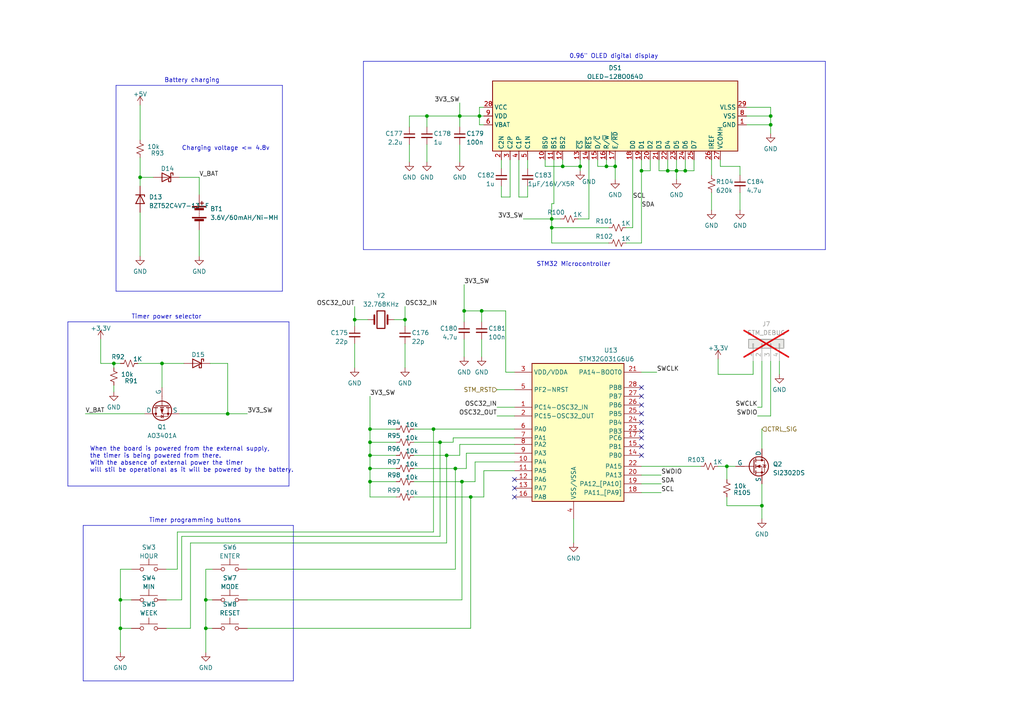
<source format=kicad_sch>
(kicad_sch (version 20230121) (generator eeschema)
  (paper "A4")
  (lib_symbols
    (symbol "Connector_Generic:Conn_01x04" (pin_names (offset 1.016) hide)
      (property "Reference" "J" (at 0 5.08 0))
      (property "Value" "Conn_01x04" (at 0 -7.62 0))
      (symbol "Conn_01x04_1_1"
        (rectangle (start -1.27 -4.953) (end 0 -5.207) (stroke (width 0.1524)))
        (rectangle (start -1.27 -2.413) (end 0 -2.667) (stroke (width 0.1524)))
        (rectangle (start -1.27 0.127) (end 0 -0.127) (stroke (width 0.1524)))
        (rectangle (start -1.27 2.667) (end 0 2.413) (stroke (width 0.1524)))
        (rectangle (start -1.27 3.81) (end 1.27 -6.35) (stroke (width 0.254)) (fill (type background)))
        (pin passive line (at -5.08 2.54 0) (length 3.81) (name "Pin_1") (number "1"))
        (pin passive line (at -5.08 0 0) (length 3.81) (name "Pin_2") (number "2"))
        (pin passive line (at -5.08 -2.54 0) (length 3.81) (name "Pin_3") (number "3"))
        (pin passive line (at -5.08 -5.08 0) (length 3.81) (name "Pin_4") (number "4"))
      )
    )
    (symbol "Device:Battery" (pin_numbers hide) (pin_names (offset 0) hide)
      (property "Reference" "BT" (at 2.54 2.54 0))
      (property "Value" "Battery" (at 2.54 0 0))
      (symbol "Battery_0_1"
        (rectangle (start -2.032 -1.397) (end 2.032 -1.651) (fill (type outline)))
        (rectangle (start -2.032 1.778) (end 2.032 1.524) (fill (type outline)))
        (rectangle (start -1.3208 -1.9812) (end 1.27 -2.4892) (fill (type outline)))
        (rectangle (start -1.3208 1.1938) (end 1.27 0.6858) (fill (type outline)))
        (polyline (pts (xy 0 -1.524) (xy 0 -1.27)))
        (polyline (pts (xy 0 -1.016) (xy 0 -0.762)))
        (polyline (pts (xy 0 -0.508) (xy 0 -0.254)))
        (polyline (pts (xy 0 0) (xy 0 0.254)))
        (polyline (pts (xy 0 0.508) (xy 0 0.762)))
        (polyline (pts (xy 0 1.778) (xy 0 2.54)))
        (polyline (pts (xy 0.254 2.667) (xy 1.27 2.667)) (stroke (width 0.254)))
        (polyline (pts (xy 0.762 3.175) (xy 0.762 2.159)) (stroke (width 0.254)))
      )
      (symbol "Battery_1_1"
        (pin passive line (at 0 5.08 270) (length 2.54) (name "+") (number "1"))
        (pin passive line (at 0 -5.08 90) (length 2.54) (name "-") (number "2"))
      )
    )
    (symbol "Device:C_Small" (pin_numbers hide) (pin_names (offset 0.254) hide)
      (property "Reference" "C" (at 0.254 1.778 0))
      (property "Value" "C_Small" (at 0.254 -2.032 0))
      (symbol "C_Small_0_1"
        (polyline (pts (xy -1.524 -0.508) (xy 1.524 -0.508)) (stroke (width 0.3302)))
        (polyline (pts (xy -1.524 0.508) (xy 1.524 0.508)) (stroke (width 0.3048)))
      )
      (symbol "C_Small_1_1"
        (pin passive line (at 0 2.54 270) (length 2.032) (name "~") (number "1"))
        (pin passive line (at 0 -2.54 90) (length 2.032) (name "~") (number "2"))
      )
    )
    (symbol "Device:Crystal" (pin_numbers hide) (pin_names (offset 1.016) hide)
      (property "Reference" "Y" (at 0 3.81 0))
      (property "Value" "Crystal" (at 0 -3.81 0))
      (symbol "Crystal_0_1"
        (rectangle (start -1.143 2.54) (end 1.143 -2.54) (stroke (width 0.3048)))
        (polyline (pts (xy -2.54 0) (xy -1.905 0)))
        (polyline (pts (xy -1.905 -1.27) (xy -1.905 1.27)) (stroke (width 0.508)))
        (polyline (pts (xy 1.905 -1.27) (xy 1.905 1.27)) (stroke (width 0.508)))
        (polyline (pts (xy 2.54 0) (xy 1.905 0)))
      )
      (symbol "Crystal_1_1"
        (pin passive line (at -3.81 0 0) (length 1.27) (name "1") (number "1"))
        (pin passive line (at 3.81 0 180) (length 1.27) (name "2") (number "2"))
      )
    )
    (symbol "Device:D_Schottky" (pin_numbers hide) (pin_names (offset 1.016) hide)
      (property "Reference" "D" (at 0 2.54 0))
      (property "Value" "D_Schottky" (at 0 -2.54 0))
      (symbol "D_Schottky_0_1"
        (polyline (pts (xy 1.27 0) (xy -1.27 0)))
        (polyline (pts (xy 1.27 1.27) (xy 1.27 -1.27) (xy -1.27 0) (xy 1.27 1.27)) (stroke (width 0.254)))
        (polyline (pts (xy -1.905 0.635) (xy -1.905 1.27) (xy -1.27 1.27) (xy -1.27 -1.27) (xy -0.635 -1.27) (xy -0.635 -0.635)) (stroke (width 0.254)))
      )
      (symbol "D_Schottky_1_1"
        (pin passive line (at -3.81 0 0) (length 2.54) (name "K") (number "1"))
        (pin passive line (at 3.81 0 180) (length 2.54) (name "A") (number "2"))
      )
    )
    (symbol "Device:D_Zener" (pin_numbers hide) (pin_names (offset 1.016) hide)
      (property "Reference" "D" (at 0 2.54 0))
      (property "Value" "D_Zener" (at 0 -2.54 0))
      (symbol "D_Zener_0_1"
        (polyline (pts (xy 1.27 0) (xy -1.27 0)))
        (polyline (pts (xy -1.27 -1.27) (xy -1.27 1.27) (xy -0.762 1.27)) (stroke (width 0.254)))
        (polyline (pts (xy 1.27 -1.27) (xy 1.27 1.27) (xy -1.27 0) (xy 1.27 -1.27)) (stroke (width 0.254)))
      )
      (symbol "D_Zener_1_1"
        (pin passive line (at -3.81 0 0) (length 2.54) (name "K") (number "1"))
        (pin passive line (at 3.81 0 180) (length 2.54) (name "A") (number "2"))
      )
    )
    (symbol "Device:R_Small_US" (pin_numbers hide) (pin_names (offset 0.254) hide)
      (property "Reference" "R" (at 0.762 0.508 0))
      (property "Value" "R_Small_US" (at 0.762 -1.016 0))
      (symbol "R_Small_US_1_1"
        (polyline (pts (xy 0 0) (xy 1.016 -0.381) (xy 0 -0.762) (xy -1.016 -1.143) (xy 0 -1.524)))
        (polyline (pts (xy 0 1.524) (xy 1.016 1.143) (xy 0 0.762) (xy -1.016 0.381) (xy 0 0)))
        (pin passive line (at 0 2.54 270) (length 1.016) (name "~") (number "1"))
        (pin passive line (at 0 -2.54 90) (length 1.016) (name "~") (number "2"))
      )
    )
    (symbol "Display_Graphic:OLED-128O064D"
      (property "Reference" "DS" (at -10.16 38.1 0))
      (property "Value" "OLED-128O064D" (at 12.7 38.1 0))
      (symbol "OLED-128O064D_0_1"
        (rectangle (start -10.16 35.56) (end 10.16 -35.56) (stroke (width 0.254)) (fill (type background)))
      )
      (symbol "OLED-128O064D_1_1"
        (pin power_in line (at -2.54 -38.1 90) (length 2.54) (name "GND") (number "1"))
        (pin input line (at -12.7 20.32 0) (length 2.54) (name "BS0") (number "10"))
        (pin input line (at -12.7 17.78 0) (length 2.54) (name "BS1") (number "11"))
        (pin input line (at -12.7 15.24 0) (length 2.54) (name "BS2") (number "12"))
        (pin input line (at -12.7 10.16 0) (length 2.54) (name "~{CS}") (number "13"))
        (pin input line (at -12.7 7.62 0) (length 2.54) (name "~{RES}") (number "14"))
        (pin input line (at -12.7 5.08 0) (length 2.54) (name "D/~{C}") (number "15"))
        (pin input line (at -12.7 2.54 0) (length 2.54) (name "R/~{W}") (number "16"))
        (pin input line (at -12.7 0 0) (length 2.54) (name "E/~{RD}") (number "17"))
        (pin bidirectional line (at -12.7 -5.08 0) (length 2.54) (name "D0") (number "18"))
        (pin bidirectional line (at -12.7 -7.62 0) (length 2.54) (name "D1") (number "19"))
        (pin passive line (at -12.7 33.02 0) (length 2.54) (name "C2N") (number "2"))
        (pin bidirectional line (at -12.7 -10.16 0) (length 2.54) (name "D2") (number "20"))
        (pin bidirectional line (at -12.7 -12.7 0) (length 2.54) (name "D3") (number "21"))
        (pin bidirectional line (at -12.7 -15.24 0) (length 2.54) (name "D4") (number "22"))
        (pin bidirectional line (at -12.7 -17.78 0) (length 2.54) (name "D5") (number "23"))
        (pin bidirectional line (at -12.7 -20.32 0) (length 2.54) (name "D6") (number "24"))
        (pin bidirectional line (at -12.7 -22.86 0) (length 2.54) (name "D7") (number "25"))
        (pin passive line (at -12.7 -27.94 0) (length 2.54) (name "IREF") (number "26"))
        (pin passive line (at -12.7 -30.48 0) (length 2.54) (name "VCOMH") (number "27"))
        (pin power_in line (at 2.54 38.1 270) (length 2.54) (name "VCC") (number "28"))
        (pin power_in line (at 2.54 -38.1 90) (length 2.54) (name "VLSS") (number "29"))
        (pin passive line (at -12.7 30.48 0) (length 2.54) (name "C2P") (number "3"))
        (pin passive line (at -2.54 -38.1 90) (length 2.54) hide (name "GND") (number "30"))
        (pin passive line (at -12.7 27.94 0) (length 2.54) (name "C1P") (number "4"))
        (pin passive line (at -12.7 25.4 0) (length 2.54) (name "C1N") (number "5"))
        (pin power_in line (at -2.54 38.1 270) (length 2.54) (name "VBAT") (number "6"))
        (pin no_connect line (at 10.16 0 180) (length 2.54) hide (name "NC") (number "7"))
        (pin power_in line (at 0 -38.1 90) (length 2.54) (name "VSS") (number "8"))
        (pin power_in line (at 0 38.1 270) (length 2.54) (name "VDD") (number "9"))
      )
    )
    (symbol "STM32G031G6U6:STM32G031G6U6"
      (property "Reference" "U" (at 27.94 13.97 0))
      (property "Value" "STM32G031G6U6" (at 26.67 11.43 0))
      (symbol "STM32G031G6U6_1_1"
        (rectangle (start 5.08 10.16) (end 31.75 -29.845) (stroke (width 0.254)) (fill (type background)))
        (pin passive line (at 0 -2.54 0) (length 5.08) (name "PC14-OSC32_IN") (number "1"))
        (pin passive line (at 0 -18.415 0) (length 5.08) (name "PA4") (number "10"))
        (pin passive line (at 0 -20.955 0) (length 5.08) (name "PA5") (number "11"))
        (pin passive line (at 0 -23.495 0) (length 5.08) (name "PA6") (number "12"))
        (pin passive line (at 0 -26.035 0) (length 5.08) (name "PA7") (number "13"))
        (pin passive line (at 36.83 -16.51 180) (length 5.08) (name "PB0") (number "14"))
        (pin passive line (at 36.83 -13.97 180) (length 5.08) (name "PB1") (number "15"))
        (pin passive line (at 0 -28.575 0) (length 5.08) (name "PA8") (number "16"))
        (pin passive line (at 36.83 -11.43 180) (length 5.08) (name "PC6") (number "17"))
        (pin passive line (at 36.83 -27.305 180) (length 5.08) (name "PA11_[PA9]") (number "18"))
        (pin passive line (at 36.83 -24.765 180) (length 5.08) (name "PA12_[PA10]") (number "19"))
        (pin passive line (at 0 -5.08 0) (length 5.08) (name "PC15-OSC32_OUT") (number "2"))
        (pin passive line (at 36.83 -22.225 180) (length 5.08) (name "PA13") (number "20"))
        (pin passive line (at 36.83 7.62 180) (length 5.08) (name "PA14-BOOT0") (number "21"))
        (pin passive line (at 36.83 -19.685 180) (length 5.08) (name "PA15") (number "22"))
        (pin passive line (at 36.83 -9.525 180) (length 5.08) (name "PB3") (number "23"))
        (pin passive line (at 36.83 -6.985 180) (length 5.08) (name "PB4") (number "24"))
        (pin passive line (at 36.83 -4.445 180) (length 5.08) (name "PB5") (number "25"))
        (pin passive line (at 36.83 -1.905 180) (length 5.08) (name "PB6") (number "26"))
        (pin passive line (at 36.83 0.635 180) (length 5.08) (name "PB7") (number "27"))
        (pin passive line (at 36.83 3.175 180) (length 5.08) (name "PB8") (number "28"))
        (pin passive line (at 0 7.62 0) (length 5.08) (name "VDD/VDDA") (number "3"))
        (pin passive line (at 17.145 -34.925 90) (length 5.08) (name "VSS/VSSA") (number "4"))
        (pin passive line (at 0 2.54 0) (length 5.08) (name "PF2-NRST") (number "5"))
        (pin passive line (at 0 -8.89 0) (length 5.08) (name "PA0") (number "6"))
        (pin passive line (at 0 -11.43 0) (length 5.08) (name "PA1") (number "7"))
        (pin passive line (at 0 -13.335 0) (length 5.08) (name "PA2") (number "8"))
        (pin passive line (at 0 -15.875 0) (length 5.08) (name "PA3") (number "9"))
      )
    )
    (symbol "Simulation_SPICE:NMOS" (pin_numbers hide) (pin_names (offset 0))
      (property "Reference" "Q9" (at 5.715 0.635 0))
      (property "Value" "SI2302DS" (at 5.715 -1.905 0))
      (symbol "NMOS_0_1"
        (polyline (pts (xy 0.254 0) (xy -2.54 0)))
        (polyline (pts (xy 0.254 1.905) (xy 0.254 -1.905)) (stroke (width 0.254)))
        (polyline (pts (xy 0.762 -1.27) (xy 0.762 -2.286)) (stroke (width 0.254)))
        (polyline (pts (xy 0.762 0.508) (xy 0.762 -0.508)) (stroke (width 0.254)))
        (polyline (pts (xy 0.762 2.286) (xy 0.762 1.27)) (stroke (width 0.254)))
        (polyline (pts (xy 2.54 2.54) (xy 2.54 1.778)))
        (polyline (pts (xy 2.54 -2.54) (xy 2.54 0) (xy 0.762 0)))
        (polyline (pts (xy 0.762 -1.778) (xy 3.302 -1.778) (xy 3.302 1.778) (xy 0.762 1.778)))
        (polyline (pts (xy 1.016 0) (xy 2.032 0.381) (xy 2.032 -0.381) (xy 1.016 0)) (fill (type outline)))
        (polyline (pts (xy 2.794 0.508) (xy 2.921 0.381) (xy 3.683 0.381) (xy 3.81 0.254)))
        (polyline (pts (xy 3.302 0.381) (xy 2.921 -0.254) (xy 3.683 -0.254) (xy 3.302 0.381)))
        (circle (center 1.651 0) (radius 2.794) (stroke (width 0.254)))
        (circle (center 2.54 -1.778) (radius 0.254) (fill (type outline)))
        (circle (center 2.54 1.778) (radius 0.254) (fill (type outline)))
      )
      (symbol "NMOS_1_1"
        (pin input line (at -5.08 0 0) (length 2.54) (name "G") (number "1"))
        (pin passive line (at 2.54 -5.08 90) (length 2.54) (name "S") (number "2"))
        (pin passive line (at 2.54 5.08 270) (length 2.54) (name "D") (number "3"))
      )
    )
    (symbol "Simulation_SPICE:PMOS" (pin_numbers hide) (pin_names (offset 0))
      (property "Reference" "Q" (at 5.08 1.27 0))
      (property "Value" "PMOS" (at 5.08 -1.27 0))
      (symbol "PMOS_0_1"
        (polyline (pts (xy 0.254 0) (xy -2.54 0)))
        (polyline (pts (xy 0.254 1.905) (xy 0.254 -1.905)) (stroke (width 0.254)))
        (polyline (pts (xy 0.762 -1.27) (xy 0.762 -2.286)) (stroke (width 0.254)))
        (polyline (pts (xy 0.762 0.508) (xy 0.762 -0.508)) (stroke (width 0.254)))
        (polyline (pts (xy 0.762 2.286) (xy 0.762 1.27)) (stroke (width 0.254)))
        (polyline (pts (xy 2.54 2.54) (xy 2.54 1.778)))
        (polyline (pts (xy 2.54 -2.54) (xy 2.54 0) (xy 0.762 0)))
        (polyline (pts (xy 0.762 1.778) (xy 3.302 1.778) (xy 3.302 -1.778) (xy 0.762 -1.778)))
        (polyline (pts (xy 2.286 0) (xy 1.27 0.381) (xy 1.27 -0.381) (xy 2.286 0)) (fill (type outline)))
        (polyline (pts (xy 2.794 -0.508) (xy 2.921 -0.381) (xy 3.683 -0.381) (xy 3.81 -0.254)))
        (polyline (pts (xy 3.302 -0.381) (xy 2.921 0.254) (xy 3.683 0.254) (xy 3.302 -0.381)))
        (circle (center 1.651 0) (radius 2.794) (stroke (width 0.254)))
        (circle (center 2.54 -1.778) (radius 0.254) (fill (type outline)))
        (circle (center 2.54 1.778) (radius 0.254) (fill (type outline)))
      )
      (symbol "PMOS_1_1"
        (pin passive line (at 2.54 5.08 270) (length 2.54) (name "D") (number "1"))
        (pin input line (at -5.08 0 0) (length 2.54) (name "G") (number "2"))
        (pin passive line (at 2.54 -5.08 90) (length 2.54) (name "S") (number "3"))
      )
    )
    (symbol "Switch:SW_Push" (pin_numbers hide) (pin_names (offset 1.016) hide)
      (property "Reference" "SW" (at 1.27 2.54 0))
      (property "Value" "SW_Push" (at 0 -1.524 0))
      (symbol "SW_Push_0_1"
        (circle (center -2.032 0) (radius 0.508))
        (polyline (pts (xy 0 1.27) (xy 0 3.048)))
        (polyline (pts (xy 2.54 1.27) (xy -2.54 1.27)))
        (circle (center 2.032 0) (radius 0.508))
        (pin passive line (at -5.08 0 0) (length 2.54) (name "1") (number "1"))
        (pin passive line (at 5.08 0 180) (length 2.54) (name "2") (number "2"))
      )
    )
    (symbol "power:+3.3V" (power) (pin_names (offset 0))
      (property "Value" "+3.3V" (at 0 3.556 0))
      (symbol "+3.3V_0_1"
        (polyline (pts (xy -0.762 1.27) (xy 0 2.54)))
        (polyline (pts (xy 0 0) (xy 0 2.54)))
        (polyline (pts (xy 0 2.54) (xy 0.762 1.27)))
      )
      (symbol "+3.3V_1_1"
        (pin power_in line (at 0 0 90) (length 0) hide (name "+3.3V") (number "1"))
      )
    )
    (symbol "power:+5V" (power) (pin_names (offset 0))
      (property "Value" "+5V" (at 0 3.556 0))
      (symbol "+5V_0_1"
        (polyline (pts (xy -0.762 1.27) (xy 0 2.54)))
        (polyline (pts (xy 0 0) (xy 0 2.54)))
        (polyline (pts (xy 0 2.54) (xy 0.762 1.27)))
      )
      (symbol "+5V_1_1"
        (pin power_in line (at 0 0 90) (length 0) hide (name "+5V") (number "1"))
      )
    )
    (symbol "power:GND" (power) (pin_names (offset 0))
      (property "Value" "GND" (at 0 -3.81 0))
      (symbol "GND_0_1"
        (polyline (pts (xy 0 0) (xy 0 -1.27) (xy 1.27 -1.27) (xy 0 -2.54) (xy -1.27 -1.27) (xy 0 -1.27)))
      )
      (symbol "GND_1_1"
        (pin power_in line (at 0 0 270) (length 0) hide (name "GND") (number "1"))
      )
    )
  )
  (junction (at 136.525 144.145))
  (junction (at 139.065 33.655))
  (junction (at 196.215 49.53))
  (junction (at 132.08 135.89))
  (junction (at 107.315 135.89))
  (junction (at 139.7 90.17))
  (junction (at 178.435 48.26))
  (junction (at 127.635 128.27))
  (junction (at 40.64 51.435))
  (junction (at 223.52 36.195))
  (junction (at 66.04 120.015))
  (junction (at 59.69 173.99))
  (junction (at 107.315 139.7))
  (junction (at 160.02 63.5))
  (junction (at 134.62 90.17))
  (junction (at 33.02 105.41))
  (junction (at 160.02 66.04))
  (junction (at 210.82 135.255))
  (junction (at 125.73 124.46))
  (junction (at 107.315 124.46))
  (junction (at 34.925 182.245))
  (junction (at 223.52 33.655))
  (junction (at 163.195 48.26))
  (junction (at 117.475 92.71))
  (junction (at 193.675 49.53))
  (junction (at 46.99 105.41))
  (junction (at 168.275 48.26))
  (junction (at 175.895 48.26))
  (junction (at 186.055 49.53))
  (junction (at 220.98 146.685))
  (junction (at 59.69 182.245))
  (junction (at 198.755 49.53))
  (junction (at 133.35 33.655))
  (junction (at 129.54 132.08))
  (junction (at 133.985 139.7))
  (junction (at 34.925 173.99))
  (junction (at 102.87 92.71))
  (junction (at 107.315 128.27))
  (junction (at 123.825 33.655))
  (junction (at 107.315 132.08))
  (no_connect (at 149.225 144.145))
  (no_connect (at 186.055 122.555))
  (no_connect (at 186.055 117.475))
  (no_connect (at 149.225 139.065))
  (no_connect (at 186.055 114.935))
  (no_connect (at 186.055 127))
  (no_connect (at 186.055 129.54))
  (no_connect (at 186.055 112.395))
  (no_connect (at 186.055 132.08))
  (no_connect (at 149.225 141.605))
  (no_connect (at 186.055 125.095))
  (no_connect (at 186.055 120.015))
  (wire (pts (xy 34.925 173.99) (xy 38.1 173.99)))
  (wire (pts (xy 40.64 30.48) (xy 40.64 40.64)))
  (polyline (pts (xy 81.915 24.765) (xy 81.915 84.455)))
  (wire (pts (xy 40.64 51.435) (xy 44.45 51.435)))
  (wire (pts (xy 219.71 118.11) (xy 220.98 118.11)))
  (wire (pts (xy 133.985 139.7) (xy 120.015 139.7)))
  (wire (pts (xy 149.225 107.95) (xy 146.685 107.95)))
  (wire (pts (xy 198.755 46.355) (xy 198.755 49.53)))
  (wire (pts (xy 107.315 132.08) (xy 114.935 132.08)))
  (wire (pts (xy 198.755 49.53) (xy 201.295 49.53)))
  (wire (pts (xy 48.26 173.99) (xy 52.705 173.99)))
  (wire (pts (xy 107.315 124.46) (xy 107.315 128.27)))
  (wire (pts (xy 208.915 46.355) (xy 208.915 48.26)))
  (wire (pts (xy 120.015 144.145) (xy 136.525 144.145)))
  (wire (pts (xy 201.295 46.355) (xy 201.295 49.53)))
  (wire (pts (xy 34.925 182.245) (xy 38.1 182.245)))
  (wire (pts (xy 123.825 33.655) (xy 133.35 33.655)))
  (wire (pts (xy 117.475 88.9) (xy 117.475 92.71)))
  (wire (pts (xy 40.64 51.435) (xy 40.64 53.975)))
  (wire (pts (xy 145.415 46.355) (xy 145.415 48.895)))
  (wire (pts (xy 71.755 173.99) (xy 133.985 173.99)))
  (wire (pts (xy 153.035 46.355) (xy 153.035 48.895)))
  (wire (pts (xy 120.015 124.46) (xy 125.73 124.46)))
  (wire (pts (xy 163.195 48.26) (xy 168.275 48.26)))
  (wire (pts (xy 176.53 70.485) (xy 160.02 70.485)))
  (wire (pts (xy 55.245 182.245) (xy 55.245 157.48)))
  (wire (pts (xy 186.055 142.875) (xy 191.77 142.875)))
  (wire (pts (xy 170.815 46.355) (xy 170.815 63.5)))
  (wire (pts (xy 133.35 41.91) (xy 133.35 46.99)))
  (wire (pts (xy 149.225 128.905) (xy 133.35 128.905)))
  (wire (pts (xy 46.99 105.41) (xy 46.99 112.395)))
  (wire (pts (xy 117.475 99.695) (xy 117.475 106.68)))
  (wire (pts (xy 193.675 46.355) (xy 193.675 49.53)))
  (wire (pts (xy 173.355 46.355) (xy 173.355 48.26)))
  (wire (pts (xy 52.07 51.435) (xy 57.785 51.435)))
  (wire (pts (xy 139.7 93.345) (xy 139.7 90.17)))
  (wire (pts (xy 40.64 61.595) (xy 40.64 74.295)))
  (wire (pts (xy 151.765 63.5) (xy 160.02 63.5)))
  (wire (pts (xy 131.445 128.27) (xy 127.635 128.27)))
  (wire (pts (xy 29.21 98.425) (xy 29.21 105.41)))
  (wire (pts (xy 120.015 135.89) (xy 132.08 135.89)))
  (wire (pts (xy 210.82 144.145) (xy 210.82 146.685)))
  (wire (pts (xy 139.065 36.195) (xy 139.065 33.655)))
  (wire (pts (xy 140.335 36.195) (xy 139.065 36.195)))
  (wire (pts (xy 123.825 36.83) (xy 123.825 33.655)))
  (wire (pts (xy 206.375 46.355) (xy 206.375 50.8)))
  (wire (pts (xy 223.52 36.195) (xy 223.52 38.735)))
  (wire (pts (xy 107.315 135.89) (xy 107.315 139.7)))
  (wire (pts (xy 196.215 46.355) (xy 196.215 49.53)))
  (wire (pts (xy 34.925 182.245) (xy 34.925 173.99)))
  (wire (pts (xy 133.35 128.905) (xy 133.35 132.08)))
  (wire (pts (xy 34.925 173.99) (xy 34.925 165.1)))
  (wire (pts (xy 196.215 49.53) (xy 198.755 49.53)))
  (wire (pts (xy 71.755 182.245) (xy 136.525 182.245)))
  (wire (pts (xy 52.705 155.575) (xy 127.635 155.575)))
  (wire (pts (xy 24.765 120.015) (xy 41.91 120.015)))
  (wire (pts (xy 186.055 135.255) (xy 203.2 135.255)))
  (wire (pts (xy 186.055 107.95) (xy 190.5 107.95)))
  (wire (pts (xy 226.06 104.775) (xy 226.06 108.585)))
  (wire (pts (xy 210.82 146.685) (xy 220.98 146.685)))
  (wire (pts (xy 208.28 108.585) (xy 218.44 108.585)))
  (wire (pts (xy 60.96 105.41) (xy 66.04 105.41)))
  (wire (pts (xy 59.69 173.99) (xy 61.595 173.99)))
  (wire (pts (xy 102.87 92.71) (xy 106.68 92.71)))
  (wire (pts (xy 168.275 48.26) (xy 168.275 49.53)))
  (wire (pts (xy 132.08 135.89) (xy 135.255 135.89)))
  (wire (pts (xy 168.275 46.355) (xy 168.275 48.26)))
  (wire (pts (xy 59.69 173.99) (xy 59.69 165.1)))
  (wire (pts (xy 145.415 53.975) (xy 145.415 57.15)))
  (wire (pts (xy 223.52 31.115) (xy 216.535 31.115)))
  (wire (pts (xy 59.69 189.23) (xy 59.69 182.245)))
  (wire (pts (xy 188.595 49.53) (xy 186.055 49.53)))
  (wire (pts (xy 210.82 135.255) (xy 210.82 139.065)))
  (wire (pts (xy 114.3 92.71) (xy 117.475 92.71)))
  (wire (pts (xy 160.02 70.485) (xy 160.02 66.04)))
  (wire (pts (xy 208.28 104.14) (xy 208.28 108.585)))
  (wire (pts (xy 145.415 57.15) (xy 147.955 57.15)))
  (wire (pts (xy 139.065 33.655) (xy 139.065 31.115)))
  (wire (pts (xy 220.98 146.685) (xy 220.98 150.495)))
  (wire (pts (xy 40.64 45.72) (xy 40.64 51.435)))
  (polyline (pts (xy 24.13 152.4) (xy 24.13 197.485)))
  (wire (pts (xy 183.515 66.04) (xy 183.515 46.355)))
  (wire (pts (xy 33.02 105.41) (xy 33.02 106.68)))
  (wire (pts (xy 149.225 127) (xy 131.445 127)))
  (wire (pts (xy 107.315 128.27) (xy 107.315 132.08)))
  (wire (pts (xy 208.915 48.26) (xy 214.63 48.26)))
  (wire (pts (xy 196.215 49.53) (xy 196.215 52.07)))
  (polyline (pts (xy 19.685 93.345) (xy 83.82 93.345)))
  (wire (pts (xy 170.815 63.5) (xy 167.64 63.5)))
  (wire (pts (xy 216.535 33.655) (xy 223.52 33.655)))
  (wire (pts (xy 223.52 33.655) (xy 223.52 36.195)))
  (wire (pts (xy 208.28 135.255) (xy 210.82 135.255)))
  (wire (pts (xy 133.35 29.845) (xy 133.35 33.655)))
  (wire (pts (xy 134.62 90.17) (xy 134.62 93.345)))
  (wire (pts (xy 163.195 46.355) (xy 163.195 48.26)))
  (wire (pts (xy 158.115 46.355) (xy 158.115 48.26)))
  (wire (pts (xy 173.355 48.26) (xy 175.895 48.26)))
  (polyline (pts (xy 105.41 17.78) (xy 239.395 17.78)))
  (wire (pts (xy 186.055 70.485) (xy 181.61 70.485)))
  (wire (pts (xy 51.435 154.305) (xy 125.73 154.305)))
  (wire (pts (xy 160.02 63.5) (xy 162.56 63.5)))
  (wire (pts (xy 178.435 48.26) (xy 178.435 52.07)))
  (wire (pts (xy 214.63 55.88) (xy 214.63 60.96)))
  (wire (pts (xy 160.02 59.055) (xy 160.02 63.5)))
  (wire (pts (xy 40.005 105.41) (xy 46.99 105.41)))
  (wire (pts (xy 59.69 182.245) (xy 59.69 173.99)))
  (wire (pts (xy 186.055 137.795) (xy 191.77 137.795)))
  (wire (pts (xy 107.315 139.7) (xy 107.315 144.145)))
  (wire (pts (xy 146.685 107.95) (xy 146.685 90.17)))
  (polyline (pts (xy 33.655 24.765) (xy 81.915 24.765)))
  (wire (pts (xy 147.955 57.15) (xy 147.955 46.355)))
  (wire (pts (xy 153.035 57.15) (xy 153.035 53.975)))
  (wire (pts (xy 66.04 120.015) (xy 52.07 120.015)))
  (wire (pts (xy 66.04 105.41) (xy 66.04 120.015)))
  (wire (pts (xy 34.925 165.1) (xy 38.1 165.1)))
  (wire (pts (xy 134.62 90.17) (xy 139.7 90.17)))
  (wire (pts (xy 34.925 189.23) (xy 34.925 182.245)))
  (wire (pts (xy 181.61 66.04) (xy 183.515 66.04)))
  (polyline (pts (xy 239.395 72.39) (xy 239.395 17.78)))
  (wire (pts (xy 144.145 120.65) (xy 149.225 120.65)))
  (wire (pts (xy 186.055 140.335) (xy 191.77 140.335)))
  (wire (pts (xy 188.595 46.355) (xy 188.595 49.53)))
  (wire (pts (xy 186.055 46.355) (xy 186.055 49.53)))
  (wire (pts (xy 107.315 128.27) (xy 114.935 128.27)))
  (wire (pts (xy 220.98 104.775) (xy 220.98 118.11)))
  (wire (pts (xy 144.145 113.03) (xy 149.225 113.03)))
  (wire (pts (xy 134.62 82.55) (xy 134.62 90.17)))
  (wire (pts (xy 223.52 31.115) (xy 223.52 33.655)))
  (wire (pts (xy 102.87 99.695) (xy 102.87 106.68)))
  (wire (pts (xy 219.71 120.65) (xy 223.52 120.65)))
  (wire (pts (xy 210.82 135.255) (xy 213.36 135.255)))
  (wire (pts (xy 107.315 135.89) (xy 114.935 135.89)))
  (wire (pts (xy 57.785 51.435) (xy 57.785 56.515)))
  (polyline (pts (xy 105.41 17.78) (xy 105.41 72.39)))
  (wire (pts (xy 127.635 155.575) (xy 127.635 128.27)))
  (wire (pts (xy 176.53 66.04) (xy 160.02 66.04)))
  (wire (pts (xy 52.705 173.99) (xy 52.705 155.575)))
  (wire (pts (xy 135.255 135.89) (xy 135.255 131.445)))
  (wire (pts (xy 133.985 139.7) (xy 133.985 173.99)))
  (wire (pts (xy 118.745 33.655) (xy 118.745 36.83)))
  (wire (pts (xy 175.895 48.26) (xy 178.435 48.26)))
  (wire (pts (xy 133.35 33.655) (xy 139.065 33.655)))
  (wire (pts (xy 114.935 139.7) (xy 107.315 139.7)))
  (wire (pts (xy 71.755 120.015) (xy 66.04 120.015)))
  (wire (pts (xy 150.495 57.15) (xy 153.035 57.15)))
  (wire (pts (xy 131.445 127) (xy 131.445 128.27)))
  (wire (pts (xy 136.525 182.245) (xy 136.525 144.145)))
  (wire (pts (xy 33.02 111.76) (xy 33.02 113.665)))
  (polyline (pts (xy 19.685 140.97) (xy 83.82 140.97)))
  (polyline (pts (xy 83.82 140.97) (xy 83.82 93.345)))
  (wire (pts (xy 191.135 49.53) (xy 193.675 49.53)))
  (wire (pts (xy 220.98 140.335) (xy 220.98 146.685)))
  (wire (pts (xy 186.055 49.53) (xy 186.055 70.485)))
  (wire (pts (xy 216.535 36.195) (xy 223.52 36.195)))
  (wire (pts (xy 33.02 105.41) (xy 34.925 105.41)))
  (wire (pts (xy 178.435 46.355) (xy 178.435 48.26)))
  (polyline (pts (xy 105.41 72.39) (xy 239.395 72.39)))
  (wire (pts (xy 140.335 144.145) (xy 140.335 136.525)))
  (wire (pts (xy 149.225 133.985) (xy 137.795 133.985)))
  (wire (pts (xy 139.7 98.425) (xy 139.7 103.505)))
  (wire (pts (xy 137.795 133.985) (xy 137.795 139.7)))
  (wire (pts (xy 59.69 165.1) (xy 61.595 165.1)))
  (wire (pts (xy 102.87 92.71) (xy 102.87 94.615)))
  (wire (pts (xy 129.54 157.48) (xy 129.54 132.08)))
  (wire (pts (xy 139.065 31.115) (xy 140.335 31.115)))
  (wire (pts (xy 114.935 144.145) (xy 107.315 144.145)))
  (wire (pts (xy 59.69 182.245) (xy 61.595 182.245)))
  (wire (pts (xy 123.825 41.91) (xy 123.825 46.99)))
  (polyline (pts (xy 24.13 152.4) (xy 85.09 152.4)))
  (wire (pts (xy 134.62 98.425) (xy 134.62 103.505)))
  (wire (pts (xy 71.755 165.1) (xy 132.08 165.1)))
  (wire (pts (xy 51.435 165.1) (xy 51.435 154.305)))
  (wire (pts (xy 140.335 136.525) (xy 149.225 136.525)))
  (wire (pts (xy 48.26 182.245) (xy 55.245 182.245)))
  (wire (pts (xy 102.87 88.9) (xy 102.87 92.71)))
  (wire (pts (xy 193.675 49.53) (xy 196.215 49.53)))
  (wire (pts (xy 107.315 114.935) (xy 107.315 124.46)))
  (wire (pts (xy 214.63 48.26) (xy 214.63 50.8)))
  (wire (pts (xy 223.52 120.65) (xy 223.52 104.775)))
  (wire (pts (xy 129.54 132.08) (xy 133.35 132.08)))
  (wire (pts (xy 206.375 55.88) (xy 206.375 60.96)))
  (wire (pts (xy 150.495 46.355) (xy 150.495 57.15)))
  (wire (pts (xy 117.475 92.71) (xy 117.475 94.615)))
  (wire (pts (xy 120.015 132.08) (xy 129.54 132.08)))
  (wire (pts (xy 55.245 157.48) (xy 129.54 157.48)))
  (wire (pts (xy 218.44 104.775) (xy 218.44 108.585)))
  (wire (pts (xy 175.895 46.355) (xy 175.895 48.26)))
  (wire (pts (xy 160.02 66.04) (xy 160.02 63.5)))
  (polyline (pts (xy 85.09 197.485) (xy 85.09 152.4)))
  (wire (pts (xy 137.795 139.7) (xy 133.985 139.7)))
  (polyline (pts (xy 19.685 93.345) (xy 19.685 140.97)))
  (polyline (pts (xy 33.655 24.765) (xy 33.655 84.455)))
  (wire (pts (xy 139.7 90.17) (xy 146.685 90.17)))
  (wire (pts (xy 139.065 33.655) (xy 140.335 33.655)))
  (wire (pts (xy 160.655 46.355) (xy 160.655 59.055)))
  (wire (pts (xy 136.525 144.145) (xy 140.335 144.145)))
  (wire (pts (xy 191.135 46.355) (xy 191.135 49.53)))
  (wire (pts (xy 160.655 59.055) (xy 160.02 59.055)))
  (wire (pts (xy 118.745 41.91) (xy 118.745 46.99)))
  (wire (pts (xy 144.145 118.11) (xy 149.225 118.11)))
  (wire (pts (xy 125.73 154.305) (xy 125.73 124.46)))
  (wire (pts (xy 127.635 128.27) (xy 120.015 128.27)))
  (wire (pts (xy 107.315 124.46) (xy 114.935 124.46)))
  (polyline (pts (xy 81.915 84.455) (xy 33.655 84.455)))
  (wire (pts (xy 132.08 135.89) (xy 132.08 165.1)))
  (wire (pts (xy 57.785 66.675) (xy 57.785 74.295)))
  (wire (pts (xy 220.98 124.46) (xy 220.98 130.175)))
  (polyline (pts (xy 24.13 197.485) (xy 85.09 197.485)))
  (wire (pts (xy 46.99 105.41) (xy 53.34 105.41)))
  (wire (pts (xy 158.115 48.26) (xy 163.195 48.26)))
  (wire (pts (xy 107.315 132.08) (xy 107.315 135.89)))
  (wire (pts (xy 118.745 33.655) (xy 123.825 33.655)))
  (wire (pts (xy 48.26 165.1) (xy 51.435 165.1)))
  (wire (pts (xy 135.255 131.445) (xy 149.225 131.445)))
  (wire (pts (xy 166.37 150.495) (xy 166.37 157.48)))
  (wire (pts (xy 133.35 33.655) (xy 133.35 36.83)))
  (wire (pts (xy 125.73 124.46) (xy 149.225 124.46)))
  (wire (pts (xy 29.21 105.41) (xy 33.02 105.41)))
  (text "Timer power selector" (at 38.1 92.71 0) (effects (font (size 1.27 1.27)) (justify left bottom)))
  (text "STM32 Microcontroller " (at 155.575 77.47 0) (effects (font (size 1.27 1.27)) (justify left bottom)))
  (text "0.96\" OLED digital display" (at 165.1 17.145 0) (effects (font (size 1.27 1.27)) (justify left bottom)))
  (text "Battery charging\n" (at 47.625 24.13 0) (effects (font (size 1.27 1.27)) (justify left bottom)))
  (text "Charging voltage <= 4.8v" (at 52.705 43.815 0) (effects (font (size 1.27 1.27)) (justify left bottom)))
  (text "Timer programming buttons" (at 43.18 151.765 0) (effects (font (size 1.27 1.27)) (justify left bottom)))
  (text "When the board is powered from the external supply, \nthe timer is being powered from there.\nWith the absence of external power the timer \nwill stil be operational as it will be powered by the battery." (at 26.035 137.16 0) (effects (font (size 1.27 1.27)) (justify left bottom)))
  (label "SWDIO" (at 219.71 120.65 180))
  (label "SDA" (at 191.77 140.335 0))
  (label "3V3_SW" (at 151.765 63.5 180))
  (label "V_BAT" (at 24.765 120.015 0))
  (label "3V3_SW" (at 134.62 82.55 0))
  (label "3V3_SW" (at 107.315 114.935 0))
  (label "SDA" (at 186.055 60.325 0))
  (label "SCL" (at 183.515 57.785 0))
  (label "V_BAT" (at 57.785 51.435 0))
  (label "SWCLK" (at 219.71 118.11 180))
  (label "OSC32_OUT" (at 102.87 88.9 180))
  (label "SWCLK" (at 190.5 107.95 0))
  (label "OSC32_IN" (at 144.145 118.11 180))
  (label "SWDIO" (at 191.77 137.795 0))
  (label "OSC32_IN" (at 117.475 88.9 0))
  (label "OSC32_OUT" (at 144.145 120.65 180))
  (label "SCL" (at 191.77 142.875 0))
  (label "3V3_SW" (at 133.35 29.845 180))
  (label "3V3_SW" (at 71.755 120.015 0))
  (hierarchical_label "CTRL_SIG" (shape input) (at 220.98 124.46 0))
  (hierarchical_label "STM_RST" (shape input) (at 144.145 113.03 180))
  (symbol (lib_id "Device:C_Small") (at 139.7 95.885 0) (unit 1)
    (property "Reference" "C181" (at 141.605 95.25 0) (effects (justify left)))
    (property "Value" "100n" (at 141.605 97.79 0) (effects (justify left)))
    (property "Footprint" "Capacitor_SMD:C_0402_1005Metric" (effects hide))
  )
  (symbol (lib_id "Switch:SW_Push") (at 43.18 182.245 0) (unit 1)
    (property "Reference" "SW5" (at 43.18 175.26 0))
    (property "Value" "WEEK" (at 43.18 177.8 0))
    (property "Footprint" "Button_Switch_SMD:Panasonic_EVQPUJ_EVQPUA" (effects hide))
  )
  (symbol (lib_id "power:+3.3V") (at 208.28 104.14 0) (unit 1)
    (property "Reference" "#PWR0214" (effects hide))
    (property "Value" "+3.3V" (at 208.28 100.965 0))
  )
  (symbol (lib_id "power:GND") (at 220.98 150.495 0) (unit 1)
    (property "Reference" "#PWR0169" (effects hide))
    (property "Value" "GND" (at 220.98 154.94 0))
  )
  (symbol (lib_id "power:GND") (at 168.275 49.53 0) (unit 1)
    (property "Reference" "#PWR0164" (effects hide))
    (property "Value" "GND" (at 170.815 52.705 0))
  )
  (symbol (lib_id "Switch:SW_Push") (at 43.18 173.99 0) (unit 1)
    (property "Reference" "SW4" (at 43.18 167.64 0))
    (property "Value" "MIN" (at 43.18 170.18 0))
    (property "Footprint" "Button_Switch_SMD:Panasonic_EVQPUJ_EVQPUA" (effects hide))
  )
  (symbol (lib_id "power:GND") (at 102.87 106.68 0) (unit 1)
    (property "Reference" "#PWR0156" (effects hide))
    (property "Value" "GND" (at 102.87 111.125 0))
  )
  (symbol (lib_id "Device:R_Small_US") (at 40.64 43.18 180) (unit 1)
    (property "Reference" "R93" (at 47.625 44.45 0) (effects (justify left)))
    (property "Value" "10k" (at 46.355 42.545 0) (effects (justify left)))
    (property "Footprint" "Resistor_SMD:R_0402_1005Metric" (effects hide))
  )
  (symbol (lib_id "Switch:SW_Push") (at 66.675 173.99 0) (unit 1)
    (property "Reference" "SW7" (at 66.675 167.64 0))
    (property "Value" "MODE" (at 66.675 170.18 0))
    (property "Footprint" "Button_Switch_SMD:Panasonic_EVQPUJ_EVQPUA" (effects hide))
  )
  (symbol (lib_id "power:GND") (at 34.925 189.23 0) (unit 1)
    (property "Reference" "#PWR0151" (effects hide))
    (property "Value" "GND" (at 34.925 193.675 0))
  )
  (symbol (lib_id "Device:C_Small") (at 123.825 39.37 0) (unit 1)
    (property "Reference" "C178" (at 125.73 38.735 0) (effects (justify left)))
    (property "Value" "1u" (at 125.73 41.275 0) (effects (justify left)))
    (property "Footprint" "Capacitor_SMD:C_0402_1005Metric" (effects hide))
  )
  (symbol (lib_id "Device:R_Small_US") (at 117.475 132.08 90) (unit 1)
    (property "Reference" "R96" (at 116.205 130.175 90) (effects (justify left)))
    (property "Value" "10k" (at 121.285 130.81 90) (effects (justify left)))
    (property "Footprint" "Resistor_SMD:R_0402_1005Metric" (effects hide))
  )
  (symbol (lib_id "Device:D_Schottky") (at 48.26 51.435 0) (mirror y) (unit 1)
    (property "Reference" "D14" (at 48.5775 48.895 0))
    (property "Value" "DSS24" (effects hide))
    (property "Footprint" "Diode_SMD:D_SOD-123" (effects hide))
  )
  (symbol (lib_id "power:GND") (at 178.435 52.07 0) (unit 1)
    (property "Reference" "#PWR0165" (effects hide))
    (property "Value" "GND" (at 178.435 56.515 0))
  )
  (symbol (lib_id "Device:R_Small_US") (at 37.465 105.41 90) (unit 1)
    (property "Reference" "R92" (at 36.195 103.505 90) (effects (justify left)))
    (property "Value" "1K" (at 41.275 104.14 90) (effects (justify left)))
    (property "Footprint" "Resistor_SMD:R_0402_1005Metric" (effects hide))
  )
  (symbol (lib_id "power:GND") (at 226.06 108.585 0) (unit 1)
    (property "Reference" "#PWR0213" (effects hide))
    (property "Value" "GND" (at 226.06 113.03 0))
  )
  (symbol (lib_id "Device:R_Small_US") (at 117.475 144.145 90) (unit 1)
    (property "Reference" "R99" (at 116.205 142.24 90) (effects (justify left)))
    (property "Value" "10k" (at 121.285 142.875 90) (effects (justify left)))
    (property "Footprint" "Resistor_SMD:R_0402_1005Metric" (effects hide))
  )
  (symbol (lib_id "Switch:SW_Push") (at 66.675 182.245 0) (unit 1)
    (property "Reference" "SW8" (at 66.675 175.26 0))
    (property "Value" "RESET" (at 66.675 177.8 0))
    (property "Footprint" "Button_Switch_SMD:Panasonic_EVQPUJ_EVQPUA" (effects hide))
  )
  (symbol (lib_id "Device:C_Small") (at 214.63 53.34 0) (unit 1)
    (property "Reference" "C184" (at 216.535 52.705 0) (effects (justify left)))
    (property "Value" "4.7u" (at 216.535 55.245 0) (effects (justify left)))
    (property "Footprint" "Capacitor_SMD:C_0402_1005Metric" (effects hide))
  )
  (symbol (lib_id "power:GND") (at 223.52 38.735 0) (unit 1)
    (property "Reference" "#PWR0170" (effects hide))
    (property "Value" "GND" (at 223.52 43.18 0))
  )
  (symbol (lib_id "Device:R_Small_US") (at 117.475 135.89 90) (unit 1)
    (property "Reference" "R97" (at 116.205 133.985 90) (effects (justify left)))
    (property "Value" "10k" (at 121.285 134.62 90) (effects (justify left)))
    (property "Footprint" "Resistor_SMD:R_0402_1005Metric" (effects hide))
  )
  (symbol (lib_id "Device:R_Small_US") (at 205.74 135.255 90) (unit 1)
    (property "Reference" "R103" (at 204.47 133.35 90) (effects (justify left)))
    (property "Value" "1K" (at 209.55 133.985 90) (effects (justify left)))
    (property "Footprint" "Resistor_SMD:R_0402_1005Metric" (effects hide))
  )
  (symbol (lib_id "power:GND") (at 118.745 46.99 0) (unit 1)
    (property "Reference" "#PWR0158" (effects hide))
    (property "Value" "GND" (at 118.745 51.435 0))
  )
  (symbol (lib_id "power:GND") (at 196.215 52.07 0) (unit 1)
    (property "Reference" "#PWR0166" (effects hide))
    (property "Value" "GND" (at 196.215 56.515 0))
  )
  (symbol (lib_id "Device:R_Small_US") (at 117.475 139.7 90) (unit 1)
    (property "Reference" "R98" (at 116.205 137.795 90) (effects (justify left)))
    (property "Value" "10k" (at 121.285 138.43 90) (effects (justify left)))
    (property "Footprint" "Resistor_SMD:R_0402_1005Metric" (effects hide))
  )
  (symbol (lib_id "Device:C_Small") (at 145.415 51.435 0) (mirror y) (unit 1)
    (property "Reference" "C182" (at 143.51 50.8 0) (effects (justify left)))
    (property "Value" "1u" (at 143.51 53.34 0) (effects (justify left)))
    (property "Footprint" "Capacitor_SMD:C_0402_1005Metric" (effects hide))
  )
  (symbol (lib_id "power:GND") (at 59.69 189.23 0) (unit 1)
    (property "Reference" "#PWR0155" (effects hide))
    (property "Value" "GND" (at 59.69 193.675 0))
  )
  (symbol (lib_id "Connector_Generic:Conn_01x04") (at 220.98 99.695 90) (unit 1) (in_bom no) (dnp yes)
    (property "Reference" "J7" (at 222.25 93.98 90))
    (property "Value" "STM_DEBUG" (at 222.25 96.52 90))
    (property "Footprint" "Connector_PinHeader_2.54mm:PinHeader_1x04_P2.54mm_Vertical" (effects hide))
  )
  (symbol (lib_id "power:GND") (at 134.62 103.505 0) (unit 1)
    (property "Reference" "#PWR0161" (effects hide))
    (property "Value" "GND" (at 134.62 107.95 0))
  )
  (symbol (lib_id "Switch:SW_Push") (at 43.18 165.1 0) (unit 1)
    (property "Reference" "SW3" (at 43.18 158.75 0))
    (property "Value" "HOUR" (at 43.18 161.29 0))
    (property "Footprint" "Button_Switch_SMD:Panasonic_EVQPUJ_EVQPUA" (effects hide))
  )
  (symbol (lib_id "power:GND") (at 133.35 46.99 0) (unit 1)
    (property "Reference" "#PWR0160" (effects hide))
    (property "Value" "GND" (at 133.35 51.435 0))
  )
  (symbol (lib_id "power:GND") (at 206.375 60.96 0) (unit 1)
    (property "Reference" "#PWR0167" (effects hide))
    (property "Value" "GND" (at 206.375 65.405 0))
  )
  (symbol (lib_id "Device:R_Small_US") (at 33.02 109.22 180) (unit 1)
    (property "Reference" "R91" (at 40.005 110.49 0) (effects (justify left)))
    (property "Value" "10k" (at 38.735 108.585 0) (effects (justify left)))
    (property "Footprint" "Resistor_SMD:R_0402_1005Metric" (effects hide))
  )
  (symbol (lib_id "Device:C_Small") (at 102.87 97.155 0) (mirror y) (unit 1)
    (property "Reference" "C175" (at 100.965 96.52 0) (effects (justify left)))
    (property "Value" "22p" (at 100.965 99.06 0) (effects (justify left)))
    (property "Footprint" "Capacitor_SMD:C_0201_0603Metric" (effects hide))
  )
  (symbol (lib_id "power:GND") (at 123.825 46.99 0) (unit 1)
    (property "Reference" "#PWR0159" (effects hide))
    (property "Value" "GND" (at 123.825 51.435 0))
  )
  (symbol (lib_id "Device:R_Small_US") (at 165.1 63.5 90) (unit 1)
    (property "Reference" "R100" (at 163.83 61.595 90) (effects (justify left)))
    (property "Value" "1K" (at 168.91 62.23 90) (effects (justify left)))
    (property "Footprint" "Resistor_SMD:R_0402_1005Metric" (effects hide))
  )
  (symbol (lib_id "power:GND") (at 166.37 157.48 0) (unit 1)
    (property "Reference" "#PWR0163" (effects hide))
    (property "Value" "GND" (at 166.37 161.925 0))
  )
  (symbol (lib_id "Device:R_Small_US") (at 117.475 128.27 90) (unit 1)
    (property "Reference" "R95" (at 116.205 126.365 90) (effects (justify left)))
    (property "Value" "10k" (at 121.285 127 90) (effects (justify left)))
    (property "Footprint" "Resistor_SMD:R_0402_1005Metric" (effects hide))
  )
  (symbol (lib_id "Simulation_SPICE:NMOS") (at 218.44 135.255 0) (unit 1)
    (property "Reference" "Q2" (at 224.155 134.62 0) (effects (justify left)))
    (property "Value" "SI2302DS" (at 224.155 137.16 0) (effects (justify left)))
    (property "Footprint" "Package_TO_SOT_SMD:SOT-23" (effects hide))
    (property "Datasheet" "https://ngspice.sourceforge.io/docs/ngspice-manual.pdf" (effects hide))
    (property "Sim.Device" "NMOS" (effects hide))
    (property "Sim.Type" "VDMOS" (effects hide))
    (property "Sim.Pins" "1=D 2=G 3=S" (effects hide))
    (instances (project "Joy12vPCB_PoE" (path "" (reference "Q2") (unit 1)) (path "" (reference "Q2") (unit 1)) (path "" (reference "Q9") (unit 1))))
  )
  (symbol (lib_id "Device:Battery") (at 57.785 61.595 0) (unit 1)
    (property "Reference" "BT1" (at 60.96 60.579 0) (effects (justify left)))
    (property "Value" "3.6V/60mAH/Ni-MH" (at 60.96 63.119 0) (effects (justify left)))
    (property "Footprint" "Library:NiMH" (effects hide))
  )
  (symbol (lib_id "Device:D_Zener") (at 40.64 57.785 270) (unit 1)
    (property "Reference" "D13" (at 43.18 57.15 90) (effects (justify left)))
    (property "Value" "BZT52C4V7-13-F" (at 43.18 59.69 90) (effects (justify left)))
    (property "Footprint" "Diode_SMD:D_SOD-123" (effects hide))
    (property "Datasheet" "https://www.vishay.com/docs/86342/bzt52_series.pdf" (effects hide))
  )
  (symbol (lib_id "Device:C_Small") (at 134.62 95.885 0) (mirror y) (unit 1)
    (property "Reference" "C180" (at 132.715 95.25 0) (effects (justify left)))
    (property "Value" "4.7u" (at 132.715 97.79 0) (effects (justify left)))
    (property "Footprint" "Capacitor_SMD:C_0402_1005Metric" (effects hide))
  )
  (symbol (lib_id "Device:R_Small_US") (at 117.475 124.46 90) (unit 1)
    (property "Reference" "R94" (at 116.205 122.555 90) (effects (justify left)))
    (property "Value" "10k" (at 121.285 123.19 90) (effects (justify left)))
    (property "Footprint" "Resistor_SMD:R_0402_1005Metric" (effects hide))
  )
  (symbol (lib_id "Device:C_Small") (at 117.475 97.155 0) (unit 1)
    (property "Reference" "C176" (at 119.38 96.52 0) (effects (justify left)))
    (property "Value" "22p" (at 119.38 99.06 0) (effects (justify left)))
    (property "Footprint" "Capacitor_SMD:C_0201_0603Metric" (effects hide))
  )
  (symbol (lib_id "STM32G031G6U6:STM32G031G6U6") (at 149.225 115.57 0) (unit 1)
    (property "Reference" "U13" (at 177.165 101.6 0))
    (property "Value" "STM32G031G6U6" (at 175.895 104.14 0))
    (property "Footprint" "Library:QFN50P400X400X60-28N-D" (effects hide))
    (property "Datasheet" "https://www.st.com/resource/en/datasheet/stm32g031c6.pdf" (effects hide))
    (property "Height" "0.6" (effects hide))
    (property "Manufacturer_Name" "STMicroelectronics" (effects hide))
    (property "Manufacturer_Part_Number" "STM32G031G6U6" (effects hide))
    (property "Mouser Part Number" "511-STM32G031G6U6" (effects hide))
    (property "Mouser Price/Stock" "https://www.mouser.co.uk/ProductDetail/STMicroelectronics/STM32G031G6U6?qs=uwxL4vQweFPW1MMtF4vVDQ%3D%3D" (effects hide))
    (property "Arrow Part Number" "STM32G031G6U6" (effects hide))
    (property "Arrow Price/Stock" "https://www.arrow.com/en/products/stm32g031g6u6/stmicroelectronics?region=nac" (effects hide))
  )
  (symbol (lib_id "power:GND") (at 33.02 113.665 0) (unit 1)
    (property "Reference" "#PWR0150" (effects hide))
    (property "Value" "GND" (at 33.02 118.11 0))
  )
  (symbol (lib_id "Device:Crystal") (at 110.49 92.71 0) (unit 1)
    (property "Reference" "Y2" (at 110.49 85.725 0))
    (property "Value" "32.768KHz" (at 110.49 88.265 0))
    (property "Footprint" "PCM_Crystal_AKL:Crystal_SMD_3215-2Pin_3.2x1.5mm" (effects hide))
  )
  (symbol (lib_id "Device:D_Schottky") (at 57.15 105.41 0) (mirror y) (unit 1)
    (property "Reference" "D15" (at 57.4675 102.87 0))
    (property "Value" "DSS24" (effects hide))
    (property "Footprint" "Diode_SMD:D_SOD-123" (effects hide))
  )
  (symbol (lib_id "power:+5V") (at 40.64 30.48 0) (unit 1)
    (property "Reference" "#PWR0152" (effects hide))
    (property "Value" "+5V" (at 40.64 27.305 0))
  )
  (symbol (lib_id "Device:R_Small_US") (at 179.07 66.04 90) (unit 1)
    (property "Reference" "R101" (at 177.8 64.135 90) (effects (justify left)))
    (property "Value" "1K" (at 182.88 64.77 90) (effects (justify left)))
    (property "Footprint" "Resistor_SMD:R_0402_1005Metric" (effects hide))
  )
  (symbol (lib_id "Display_Graphic:OLED-128O064D") (at 178.435 33.655 90) (unit 1)
    (property "Reference" "DS1" (at 178.435 19.685 90))
    (property "Value" "OLED-128O064D" (at 178.435 22.225 90))
    (property "Footprint" "Display:OLED-128O064D" (effects hide))
    (property "Datasheet" "https://www.vishay.com/docs/37902/oled128o064dbpp3n00000.pdf" (effects hide))
  )
  (symbol (lib_id "Device:R_Small_US") (at 210.82 141.605 180) (unit 1)
    (property "Reference" "R105" (at 217.805 142.875 0) (effects (justify left)))
    (property "Value" "10k" (at 216.535 140.97 0) (effects (justify left)))
    (property "Footprint" "Resistor_SMD:R_0402_1005Metric" (effects hide))
  )
  (symbol (lib_id "power:GND") (at 40.64 74.295 0) (unit 1)
    (property "Reference" "#PWR0153" (effects hide))
    (property "Value" "GND" (at 40.64 78.74 0))
  )
  (symbol (lib_id "power:GND") (at 117.475 106.68 0) (unit 1)
    (property "Reference" "#PWR0157" (effects hide))
    (property "Value" "GND" (at 117.475 111.125 0))
  )
  (symbol (lib_id "power:GND") (at 214.63 60.96 0) (unit 1)
    (property "Reference" "#PWR0168" (effects hide))
    (property "Value" "GND" (at 214.63 65.405 0))
  )
  (symbol (lib_id "Switch:SW_Push") (at 66.675 165.1 0) (unit 1)
    (property "Reference" "SW6" (at 66.675 158.75 0))
    (property "Value" "ENTER" (at 66.675 161.29 0))
    (property "Footprint" "Button_Switch_SMD:Panasonic_EVQPUJ_EVQPUA" (effects hide))
  )
  (symbol (lib_id "power:+3.3V") (at 29.21 98.425 0) (unit 1)
    (property "Reference" "#PWR0149" (effects hide))
    (property "Value" "+3.3V" (at 29.21 95.25 0))
  )
  (symbol (lib_id "power:GND") (at 57.785 74.295 0) (unit 1)
    (property "Reference" "#PWR0154" (effects hide))
    (property "Value" "GND" (at 57.785 78.74 0))
  )
  (symbol (lib_id "Device:C_Small") (at 133.35 39.37 0) (unit 1)
    (property "Reference" "C179" (at 135.255 38.735 0) (effects (justify left)))
    (property "Value" "100n" (at 135.255 41.275 0) (effects (justify left)))
    (property "Footprint" "Capacitor_SMD:C_0402_1005Metric" (effects hide))
  )
  (symbol (lib_id "power:GND") (at 139.7 103.505 0) (unit 1)
    (property "Reference" "#PWR0162" (effects hide))
    (property "Value" "GND" (at 139.7 107.95 0))
  )
  (symbol (lib_id "Device:R_Small_US") (at 206.375 53.34 0) (unit 1)
    (property "Reference" "R104" (at 207.645 52.705 0) (effects (justify left)))
    (property "Value" "620k" (at 207.645 55.245 0) (effects (justify left)))
    (property "Footprint" "Resistor_SMD:R_0402_1005Metric" (effects hide))
  )
  (symbol (lib_id "Simulation_SPICE:PMOS") (at 46.99 117.475 90) (mirror x) (unit 1)
    (property "Reference" "Q1" (at 46.99 123.825 90))
    (property "Value" "AO3401A" (at 46.99 126.365 90))
    (property "Footprint" "Package_TO_SOT_SMD:SOT-23" (effects hide))
    (property "Datasheet" "https://ngspice.sourceforge.io/docs/ngspice-manual.pdf" (effects hide))
    (property "Sim.Device" "PMOS" (effects hide))
    (property "Sim.Type" "VDMOS" (effects hide))
    (property "Sim.Pins" "1=D 2=G 3=S" (effects hide))
    (instances (project "Joy12vPCB_PoE" (path "" (reference "Q1") (unit 1)) (path "" (reference "Q1") (unit 1)) (path "" (reference "Q8") (unit 1))))
  )
  (symbol (lib_id "Device:R_Small_US") (at 179.07 70.485 90) (unit 1)
    (property "Reference" "R102" (at 177.8 68.58 90) (effects (justify left)))
    (property "Value" "1K" (at 182.88 69.215 90) (effects (justify left)))
    (property "Footprint" "Resistor_SMD:R_0402_1005Metric" (effects hide))
  )
  (symbol (lib_id "Device:C_Small") (at 118.745 39.37 0) (mirror y) (unit 1)
    (property "Reference" "C177" (at 116.84 38.735 0) (effects (justify left)))
    (property "Value" "2.2u" (at 116.84 41.275 0) (effects (justify left)))
    (property "Footprint" "Capacitor_SMD:C_0402_1005Metric" (effects hide))
  )
  (symbol (lib_id "Device:C_Small") (at 153.035 51.435 0) (unit 1)
    (property "Reference" "C183" (at 154.94 50.8 0) (effects (justify left)))
    (property "Value" "1μF/16V/X5R" (at 153.035 53.34 0) (effects (justify left)))
    (property "Footprint" "Capacitor_SMD:C_0402_1005Metric" (effects hide))
  )
)
</source>
